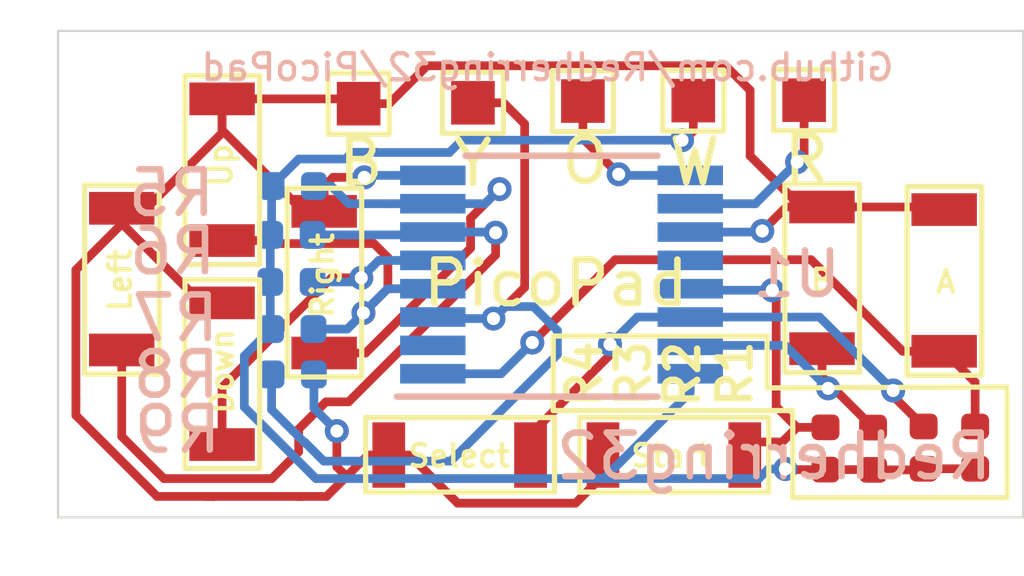
<source format=kicad_pcb>
(kicad_pcb (version 20171130) (host pcbnew "(5.1.2)-2")

  (general
    (thickness 1.6)
    (drawings 29)
    (tracks 219)
    (zones 0)
    (modules 23)
    (nets 16)
  )

  (page A4)
  (layers
    (0 F.Cu signal)
    (31 B.Cu signal)
    (32 B.Adhes user)
    (33 F.Adhes user)
    (34 B.Paste user)
    (35 F.Paste user)
    (36 B.SilkS user)
    (37 F.SilkS user)
    (38 B.Mask user)
    (39 F.Mask user)
    (40 Dwgs.User user)
    (41 Cmts.User user)
    (42 Eco1.User user)
    (43 Eco2.User user)
    (44 Edge.Cuts user)
    (45 Margin user)
    (46 B.CrtYd user)
    (47 F.CrtYd user)
    (48 B.Fab user)
    (49 F.Fab user hide)
  )

  (setup
    (last_trace_width 0.25)
    (user_trace_width 0.2)
    (trace_clearance 0.2)
    (zone_clearance 0.508)
    (zone_45_only no)
    (trace_min 0.2)
    (via_size 0.8)
    (via_drill 0.4)
    (via_min_size 0.4)
    (via_min_drill 0.3)
    (user_via 0.55 0.3)
    (uvia_size 0.3)
    (uvia_drill 0.1)
    (uvias_allowed no)
    (uvia_min_size 0.2)
    (uvia_min_drill 0.1)
    (edge_width 0.05)
    (segment_width 0.2)
    (pcb_text_width 0.3)
    (pcb_text_size 1.5 1.5)
    (mod_edge_width 0.12)
    (mod_text_size 1 1)
    (mod_text_width 0.15)
    (pad_size 1.5 0.45)
    (pad_drill 0.75)
    (pad_to_mask_clearance 0.051)
    (solder_mask_min_width 0.25)
    (aux_axis_origin 0 0)
    (visible_elements 7FFFFFFF)
    (pcbplotparams
      (layerselection 0x010fc_ffffffff)
      (usegerberextensions false)
      (usegerberattributes false)
      (usegerberadvancedattributes false)
      (creategerberjobfile false)
      (excludeedgelayer true)
      (linewidth 0.100000)
      (plotframeref false)
      (viasonmask false)
      (mode 1)
      (useauxorigin false)
      (hpglpennumber 1)
      (hpglpenspeed 20)
      (hpglpendiameter 15.000000)
      (psnegative false)
      (psa4output false)
      (plotreference true)
      (plotvalue true)
      (plotinvisibletext false)
      (padsonsilk false)
      (subtractmaskfromsilk false)
      (outputformat 1)
      (mirror false)
      (drillshape 0)
      (scaleselection 1)
      (outputdirectory "Gerber/"))
  )

  (net 0 "")
  (net 1 /GND)
  (net 2 /5V)
  (net 3 "Net-(U1-Pad12)")
  (net 4 "Net-(U1-Pad2)")
  (net 5 "Net-(A1-Pad2)")
  (net 6 "Net-(B1-Pad2)")
  (net 7 "Net-(D1-Pad2)")
  (net 8 "Net-(L1-Pad2)")
  (net 9 "Net-(R4-Pad2)")
  (net 10 "Net-(R5-Pad2)")
  (net 11 "Net-(R6-Pad2)")
  (net 12 "Net-(R10-Pad2)")
  (net 13 /Strobe)
  (net 14 /Data)
  (net 15 /Clock)

  (net_class Default "This is the default net class."
    (clearance 0.2)
    (trace_width 0.25)
    (via_dia 0.8)
    (via_drill 0.4)
    (uvia_dia 0.3)
    (uvia_drill 0.1)
    (add_net /5V)
    (add_net /Clock)
    (add_net /Data)
    (add_net /GND)
    (add_net /Strobe)
    (add_net "Net-(A1-Pad2)")
    (add_net "Net-(B1-Pad2)")
    (add_net "Net-(D1-Pad2)")
    (add_net "Net-(L1-Pad2)")
    (add_net "Net-(R10-Pad2)")
    (add_net "Net-(R4-Pad2)")
    (add_net "Net-(R5-Pad2)")
    (add_net "Net-(R6-Pad2)")
    (add_net "Net-(U1-Pad12)")
    (add_net "Net-(U1-Pad2)")
  )

  (module Resistor_SMD:R_0402_1005Metric (layer B.Cu) (tedit 5B301BBD) (tstamp 5F449979)
    (at 136.08 75.95)
    (descr "Resistor SMD 0402 (1005 Metric), square (rectangular) end terminal, IPC_7351 nominal, (Body size source: http://www.tortai-tech.com/upload/download/2011102023233369053.pdf), generated with kicad-footprint-generator")
    (tags resistor)
    (path /5F463DEA)
    (attr smd)
    (fp_text reference R9 (at -2.64 1.27) (layer B.SilkS)
      (effects (font (size 1 1) (thickness 0.15)) (justify mirror))
    )
    (fp_text value 1K (at 0 -1.17) (layer B.Fab)
      (effects (font (size 1 1) (thickness 0.15)) (justify mirror))
    )
    (fp_text user %R (at 0 0) (layer B.Fab)
      (effects (font (size 0.25 0.25) (thickness 0.04)) (justify mirror))
    )
    (fp_line (start 0.93 -0.47) (end -0.93 -0.47) (layer B.CrtYd) (width 0.05))
    (fp_line (start 0.93 0.47) (end 0.93 -0.47) (layer B.CrtYd) (width 0.05))
    (fp_line (start -0.93 0.47) (end 0.93 0.47) (layer B.CrtYd) (width 0.05))
    (fp_line (start -0.93 -0.47) (end -0.93 0.47) (layer B.CrtYd) (width 0.05))
    (fp_line (start 0.5 -0.25) (end -0.5 -0.25) (layer B.Fab) (width 0.1))
    (fp_line (start 0.5 0.25) (end 0.5 -0.25) (layer B.Fab) (width 0.1))
    (fp_line (start -0.5 0.25) (end 0.5 0.25) (layer B.Fab) (width 0.1))
    (fp_line (start -0.5 -0.25) (end -0.5 0.25) (layer B.Fab) (width 0.1))
    (pad 2 smd roundrect (at 0.485 0) (size 0.59 0.64) (layers B.Cu B.Paste B.Mask) (roundrect_rratio 0.25)
      (net 1 /GND))
    (pad 1 smd roundrect (at -0.485 0) (size 0.59 0.64) (layers B.Cu B.Paste B.Mask) (roundrect_rratio 0.25)
      (net 14 /Data))
    (model ${KISYS3DMOD}/Resistor_SMD.3dshapes/R_0402_1005Metric.wrl
      (at (xyz 0 0 0))
      (scale (xyz 1 1 1))
      (rotate (xyz 0 0 0))
    )
  )

  (module PicoPad:MiniSwitch (layer F.Cu) (tedit 5F4355A6) (tstamp 5E17075E)
    (at 131.92 78.83 90)
    (path /5E16B0A2)
    (fp_text reference D1 (at 0 0.5 90) (layer F.Fab)
      (effects (font (size 1 1) (thickness 0.15)))
    )
    (fp_text value SW_Push (at 0 -0.5 90) (layer F.Fab)
      (effects (font (size 1 1) (thickness 0.15)))
    )
    (fp_line (start 0.72 3.4) (end 0.81 3.4) (layer F.SilkS) (width 0.12))
    (fp_line (start 0.72 1.69) (end 0.72 3.4) (layer F.SilkS) (width 0.12))
    (fp_line (start 0.76 1.69) (end 0.72 1.69) (layer F.SilkS) (width 0.12))
    (fp_line (start 5.05 1.69) (end 0.76 1.69) (layer F.SilkS) (width 0.12))
    (fp_line (start 5.05 3.4) (end 5.05 1.69) (layer F.SilkS) (width 0.12))
    (fp_line (start 0.74 3.4) (end 5.05 3.4) (layer F.SilkS) (width 0.12))
    (pad 1 smd rect (at 4.52 2.54 90) (size 0.75 1.5) (layers F.Cu F.Paste F.Mask)
      (net 1 /GND))
    (pad 2 smd rect (at 1.27 2.54 90) (size 0.75 1.5) (layers F.Cu F.Paste F.Mask)
      (net 7 "Net-(D1-Pad2)"))
  )

  (module PicoPad:MiniSwitch (layer F.Cu) (tedit 5F4355A6) (tstamp 5E170746)
    (at 134.26 76.73 90)
    (path /5E1690EB)
    (fp_text reference Right1 (at 0 0.5 90) (layer F.Fab)
      (effects (font (size 1 1) (thickness 0.15)))
    )
    (fp_text value SW_Push (at 0 -0.5 90) (layer F.Fab)
      (effects (font (size 1 1) (thickness 0.15)))
    )
    (fp_line (start 0.72 3.4) (end 0.81 3.4) (layer F.SilkS) (width 0.12))
    (fp_line (start 0.72 1.69) (end 0.72 3.4) (layer F.SilkS) (width 0.12))
    (fp_line (start 0.76 1.69) (end 0.72 1.69) (layer F.SilkS) (width 0.12))
    (fp_line (start 5.05 1.69) (end 0.76 1.69) (layer F.SilkS) (width 0.12))
    (fp_line (start 5.05 3.4) (end 5.05 1.69) (layer F.SilkS) (width 0.12))
    (fp_line (start 0.74 3.4) (end 5.05 3.4) (layer F.SilkS) (width 0.12))
    (pad 1 smd rect (at 4.52 2.54 90) (size 0.75 1.5) (layers F.Cu F.Paste F.Mask)
      (net 1 /GND))
    (pad 2 smd rect (at 1.27 2.54 90) (size 0.75 1.5) (layers F.Cu F.Paste F.Mask)
      (net 12 "Net-(R10-Pad2)"))
  )

  (module PicoPad:MiniSwitch (layer F.Cu) (tedit 5F4355A6) (tstamp 5E17076A)
    (at 131.92 74.15 90)
    (path /5E16B25A)
    (fp_text reference U2 (at 0 0.5 90) (layer F.Fab)
      (effects (font (size 1 1) (thickness 0.15)))
    )
    (fp_text value SW_Push (at 0 -0.5 90) (layer F.Fab)
      (effects (font (size 1 1) (thickness 0.15)))
    )
    (fp_line (start 0.72 3.4) (end 0.81 3.4) (layer F.SilkS) (width 0.12))
    (fp_line (start 0.72 1.69) (end 0.72 3.4) (layer F.SilkS) (width 0.12))
    (fp_line (start 0.76 1.69) (end 0.72 1.69) (layer F.SilkS) (width 0.12))
    (fp_line (start 5.05 1.69) (end 0.76 1.69) (layer F.SilkS) (width 0.12))
    (fp_line (start 5.05 3.4) (end 5.05 1.69) (layer F.SilkS) (width 0.12))
    (fp_line (start 0.74 3.4) (end 5.05 3.4) (layer F.SilkS) (width 0.12))
    (pad 1 smd rect (at 4.52 2.54 90) (size 0.75 1.5) (layers F.Cu F.Paste F.Mask)
      (net 1 /GND))
    (pad 2 smd rect (at 1.27 2.54 90) (size 0.75 1.5) (layers F.Cu F.Paste F.Mask)
      (net 11 "Net-(R6-Pad2)"))
  )

  (module PicoPad:MiniSwitch (layer F.Cu) (tedit 5F4355A6) (tstamp 5E170752)
    (at 129.62 76.66 90)
    (path /5E16A163)
    (fp_text reference L1 (at 0 0.5 90) (layer F.Fab)
      (effects (font (size 1 1) (thickness 0.15)))
    )
    (fp_text value SW_Push (at 0 -0.5 90) (layer F.Fab)
      (effects (font (size 1 1) (thickness 0.15)))
    )
    (fp_line (start 0.72 3.4) (end 0.81 3.4) (layer F.SilkS) (width 0.12))
    (fp_line (start 0.72 1.69) (end 0.72 3.4) (layer F.SilkS) (width 0.12))
    (fp_line (start 0.76 1.69) (end 0.72 1.69) (layer F.SilkS) (width 0.12))
    (fp_line (start 5.05 1.69) (end 0.76 1.69) (layer F.SilkS) (width 0.12))
    (fp_line (start 5.05 3.4) (end 5.05 1.69) (layer F.SilkS) (width 0.12))
    (fp_line (start 0.74 3.4) (end 5.05 3.4) (layer F.SilkS) (width 0.12))
    (pad 1 smd rect (at 4.52 2.54 90) (size 0.75 1.5) (layers F.Cu F.Paste F.Mask)
      (net 1 /GND))
    (pad 2 smd rect (at 1.27 2.54 90) (size 0.75 1.5) (layers F.Cu F.Paste F.Mask)
      (net 8 "Net-(L1-Pad2)"))
  )

  (module PicoPad:MiniSwitch (layer F.Cu) (tedit 5F4355A6) (tstamp 5E17079A)
    (at 148.47 76.69 90)
    (path /5E16C592)
    (fp_text reference A1 (at 0 0.5 90) (layer F.Fab)
      (effects (font (size 1 1) (thickness 0.15)))
    )
    (fp_text value SW_Push (at 0 -0.5 90) (layer F.Fab)
      (effects (font (size 1 1) (thickness 0.15)))
    )
    (fp_line (start 0.72 3.4) (end 0.81 3.4) (layer F.SilkS) (width 0.12))
    (fp_line (start 0.72 1.69) (end 0.72 3.4) (layer F.SilkS) (width 0.12))
    (fp_line (start 0.76 1.69) (end 0.72 1.69) (layer F.SilkS) (width 0.12))
    (fp_line (start 5.05 1.69) (end 0.76 1.69) (layer F.SilkS) (width 0.12))
    (fp_line (start 5.05 3.4) (end 5.05 1.69) (layer F.SilkS) (width 0.12))
    (fp_line (start 0.74 3.4) (end 5.05 3.4) (layer F.SilkS) (width 0.12))
    (pad 1 smd rect (at 4.52 2.54 90) (size 0.75 1.5) (layers F.Cu F.Paste F.Mask)
      (net 1 /GND))
    (pad 2 smd rect (at 1.27 2.54 90) (size 0.75 1.5) (layers F.Cu F.Paste F.Mask)
      (net 5 "Net-(A1-Pad2)"))
  )

  (module PicoPad:MiniSwitch (layer F.Cu) (tedit 5F4355A6) (tstamp 5E17078E)
    (at 145.67 76.63 90)
    (path /5E16BD04)
    (fp_text reference B1 (at 0 0.5 90) (layer F.Fab)
      (effects (font (size 1 1) (thickness 0.15)))
    )
    (fp_text value SW_Push (at 0 -0.5 90) (layer F.Fab)
      (effects (font (size 1 1) (thickness 0.15)))
    )
    (fp_line (start 0.72 3.4) (end 0.81 3.4) (layer F.SilkS) (width 0.12))
    (fp_line (start 0.72 1.69) (end 0.72 3.4) (layer F.SilkS) (width 0.12))
    (fp_line (start 0.76 1.69) (end 0.72 1.69) (layer F.SilkS) (width 0.12))
    (fp_line (start 5.05 1.69) (end 0.76 1.69) (layer F.SilkS) (width 0.12))
    (fp_line (start 5.05 3.4) (end 5.05 1.69) (layer F.SilkS) (width 0.12))
    (fp_line (start 0.74 3.4) (end 5.05 3.4) (layer F.SilkS) (width 0.12))
    (pad 1 smd rect (at 4.52 2.54 90) (size 0.75 1.5) (layers F.Cu F.Paste F.Mask)
      (net 1 /GND))
    (pad 2 smd rect (at 1.27 2.54 90) (size 0.75 1.5) (layers F.Cu F.Paste F.Mask)
      (net 6 "Net-(B1-Pad2)"))
  )

  (module PicoPad:MiniSwitch (layer F.Cu) (tedit 5F4355A6) (tstamp 5E170782)
    (at 142.8 80.34 180)
    (path /5E16BA9E)
    (fp_text reference SL1 (at 0 0.5) (layer F.Fab)
      (effects (font (size 1 1) (thickness 0.15)))
    )
    (fp_text value SW_Push (at 0 -0.5) (layer F.Fab)
      (effects (font (size 1 1) (thickness 0.15)))
    )
    (fp_line (start 0.72 3.4) (end 0.81 3.4) (layer F.SilkS) (width 0.12))
    (fp_line (start 0.72 1.69) (end 0.72 3.4) (layer F.SilkS) (width 0.12))
    (fp_line (start 0.76 1.69) (end 0.72 1.69) (layer F.SilkS) (width 0.12))
    (fp_line (start 5.05 1.69) (end 0.76 1.69) (layer F.SilkS) (width 0.12))
    (fp_line (start 5.05 3.4) (end 5.05 1.69) (layer F.SilkS) (width 0.12))
    (fp_line (start 0.74 3.4) (end 5.05 3.4) (layer F.SilkS) (width 0.12))
    (pad 1 smd rect (at 4.52 2.54 180) (size 0.75 1.5) (layers F.Cu F.Paste F.Mask)
      (net 1 /GND))
    (pad 2 smd rect (at 1.27 2.54 180) (size 0.75 1.5) (layers F.Cu F.Paste F.Mask)
      (net 9 "Net-(R4-Pad2)"))
  )

  (module PicoPad:MiniSwitch (layer F.Cu) (tedit 5F4355A6) (tstamp 5E170776)
    (at 147.71 80.34 180)
    (path /5E16B84E)
    (fp_text reference ST1 (at 0 0.5) (layer F.Fab)
      (effects (font (size 1 1) (thickness 0.15)))
    )
    (fp_text value SW_Push (at 0 -0.5) (layer F.Fab)
      (effects (font (size 1 1) (thickness 0.15)))
    )
    (fp_line (start 0.72 3.4) (end 0.81 3.4) (layer F.SilkS) (width 0.12))
    (fp_line (start 0.72 1.69) (end 0.72 3.4) (layer F.SilkS) (width 0.12))
    (fp_line (start 0.76 1.69) (end 0.72 1.69) (layer F.SilkS) (width 0.12))
    (fp_line (start 5.05 1.69) (end 0.76 1.69) (layer F.SilkS) (width 0.12))
    (fp_line (start 5.05 3.4) (end 5.05 1.69) (layer F.SilkS) (width 0.12))
    (fp_line (start 0.74 3.4) (end 5.05 3.4) (layer F.SilkS) (width 0.12))
    (pad 1 smd rect (at 4.52 2.54 180) (size 0.75 1.5) (layers F.Cu F.Paste F.Mask)
      (net 1 /GND))
    (pad 2 smd rect (at 1.27 2.54 180) (size 0.75 1.5) (layers F.Cu F.Paste F.Mask)
      (net 10 "Net-(R5-Pad2)"))
  )

  (module Resistor_SMD:R_0402_1005Metric (layer B.Cu) (tedit 5B301BBD) (tstamp 5E818417)
    (at 136.08 71.63)
    (descr "Resistor SMD 0402 (1005 Metric), square (rectangular) end terminal, IPC_7351 nominal, (Body size source: http://www.tortai-tech.com/upload/download/2011102023233369053.pdf), generated with kicad-footprint-generator")
    (tags resistor)
    (path /5E81CBD1)
    (attr smd)
    (fp_text reference R5 (at -2.78 0.16) (layer B.SilkS)
      (effects (font (size 1 1) (thickness 0.15)) (justify mirror))
    )
    (fp_text value 1K (at 0 -1.17) (layer B.Fab)
      (effects (font (size 1 1) (thickness 0.15)) (justify mirror))
    )
    (fp_text user %R (at 0 0) (layer B.Fab)
      (effects (font (size 0.25 0.25) (thickness 0.04)) (justify mirror))
    )
    (fp_line (start 0.93 -0.47) (end -0.93 -0.47) (layer B.CrtYd) (width 0.05))
    (fp_line (start 0.93 0.47) (end 0.93 -0.47) (layer B.CrtYd) (width 0.05))
    (fp_line (start -0.93 0.47) (end 0.93 0.47) (layer B.CrtYd) (width 0.05))
    (fp_line (start -0.93 -0.47) (end -0.93 0.47) (layer B.CrtYd) (width 0.05))
    (fp_line (start 0.5 -0.25) (end -0.5 -0.25) (layer B.Fab) (width 0.1))
    (fp_line (start 0.5 0.25) (end 0.5 -0.25) (layer B.Fab) (width 0.1))
    (fp_line (start -0.5 0.25) (end 0.5 0.25) (layer B.Fab) (width 0.1))
    (fp_line (start -0.5 -0.25) (end -0.5 0.25) (layer B.Fab) (width 0.1))
    (pad 2 smd roundrect (at 0.485 0) (size 0.59 0.64) (layers B.Cu B.Paste B.Mask) (roundrect_rratio 0.25)
      (net 12 "Net-(R10-Pad2)"))
    (pad 1 smd roundrect (at -0.485 0) (size 0.59 0.64) (layers B.Cu B.Paste B.Mask) (roundrect_rratio 0.25)
      (net 2 /5V))
    (model ${KISYS3DMOD}/Resistor_SMD.3dshapes/R_0402_1005Metric.wrl
      (at (xyz 0 0 0))
      (scale (xyz 1 1 1))
      (rotate (xyz 0 0 0))
    )
  )

  (module Resistor_SMD:R_0402_1005Metric (layer B.Cu) (tedit 5B301BBD) (tstamp 5E818408)
    (at 136.05 72.75)
    (descr "Resistor SMD 0402 (1005 Metric), square (rectangular) end terminal, IPC_7351 nominal, (Body size source: http://www.tortai-tech.com/upload/download/2011102023233369053.pdf), generated with kicad-footprint-generator")
    (tags resistor)
    (path /5E81C7B1)
    (attr smd)
    (fp_text reference R6 (at -2.72 0.38) (layer B.SilkS)
      (effects (font (size 1 1) (thickness 0.15)) (justify mirror))
    )
    (fp_text value 1K (at 0 -1.17) (layer B.Fab)
      (effects (font (size 1 1) (thickness 0.15)) (justify mirror))
    )
    (fp_text user %R (at 0 0) (layer B.Fab)
      (effects (font (size 0.25 0.25) (thickness 0.04)) (justify mirror))
    )
    (fp_line (start 0.93 -0.47) (end -0.93 -0.47) (layer B.CrtYd) (width 0.05))
    (fp_line (start 0.93 0.47) (end 0.93 -0.47) (layer B.CrtYd) (width 0.05))
    (fp_line (start -0.93 0.47) (end 0.93 0.47) (layer B.CrtYd) (width 0.05))
    (fp_line (start -0.93 -0.47) (end -0.93 0.47) (layer B.CrtYd) (width 0.05))
    (fp_line (start 0.5 -0.25) (end -0.5 -0.25) (layer B.Fab) (width 0.1))
    (fp_line (start 0.5 0.25) (end 0.5 -0.25) (layer B.Fab) (width 0.1))
    (fp_line (start -0.5 0.25) (end 0.5 0.25) (layer B.Fab) (width 0.1))
    (fp_line (start -0.5 -0.25) (end -0.5 0.25) (layer B.Fab) (width 0.1))
    (pad 2 smd roundrect (at 0.485 0) (size 0.59 0.64) (layers B.Cu B.Paste B.Mask) (roundrect_rratio 0.25)
      (net 8 "Net-(L1-Pad2)"))
    (pad 1 smd roundrect (at -0.485 0) (size 0.59 0.64) (layers B.Cu B.Paste B.Mask) (roundrect_rratio 0.25)
      (net 2 /5V))
    (model ${KISYS3DMOD}/Resistor_SMD.3dshapes/R_0402_1005Metric.wrl
      (at (xyz 0 0 0))
      (scale (xyz 1 1 1))
      (rotate (xyz 0 0 0))
    )
  )

  (module Resistor_SMD:R_0402_1005Metric (layer B.Cu) (tedit 5B301BBD) (tstamp 5E8183F9)
    (at 136.05 73.83)
    (descr "Resistor SMD 0402 (1005 Metric), square (rectangular) end terminal, IPC_7351 nominal, (Body size source: http://www.tortai-tech.com/upload/download/2011102023233369053.pdf), generated with kicad-footprint-generator")
    (tags resistor)
    (path /5E81C181)
    (attr smd)
    (fp_text reference R7 (at -2.66 0.83) (layer B.SilkS)
      (effects (font (size 1 1) (thickness 0.15)) (justify mirror))
    )
    (fp_text value 1K (at 0 -1.17) (layer B.Fab)
      (effects (font (size 1 1) (thickness 0.15)) (justify mirror))
    )
    (fp_text user %R (at 0 0) (layer B.Fab)
      (effects (font (size 0.25 0.25) (thickness 0.04)) (justify mirror))
    )
    (fp_line (start 0.93 -0.47) (end -0.93 -0.47) (layer B.CrtYd) (width 0.05))
    (fp_line (start 0.93 0.47) (end 0.93 -0.47) (layer B.CrtYd) (width 0.05))
    (fp_line (start -0.93 0.47) (end 0.93 0.47) (layer B.CrtYd) (width 0.05))
    (fp_line (start -0.93 -0.47) (end -0.93 0.47) (layer B.CrtYd) (width 0.05))
    (fp_line (start 0.5 -0.25) (end -0.5 -0.25) (layer B.Fab) (width 0.1))
    (fp_line (start 0.5 0.25) (end 0.5 -0.25) (layer B.Fab) (width 0.1))
    (fp_line (start -0.5 0.25) (end 0.5 0.25) (layer B.Fab) (width 0.1))
    (fp_line (start -0.5 -0.25) (end -0.5 0.25) (layer B.Fab) (width 0.1))
    (pad 2 smd roundrect (at 0.485 0) (size 0.59 0.64) (layers B.Cu B.Paste B.Mask) (roundrect_rratio 0.25)
      (net 7 "Net-(D1-Pad2)"))
    (pad 1 smd roundrect (at -0.485 0) (size 0.59 0.64) (layers B.Cu B.Paste B.Mask) (roundrect_rratio 0.25)
      (net 2 /5V))
    (model ${KISYS3DMOD}/Resistor_SMD.3dshapes/R_0402_1005Metric.wrl
      (at (xyz 0 0 0))
      (scale (xyz 1 1 1))
      (rotate (xyz 0 0 0))
    )
  )

  (module Resistor_SMD:R_0402_1005Metric (layer B.Cu) (tedit 5B301BBD) (tstamp 5E8183EA)
    (at 136.07 74.91)
    (descr "Resistor SMD 0402 (1005 Metric), square (rectangular) end terminal, IPC_7351 nominal, (Body size source: http://www.tortai-tech.com/upload/download/2011102023233369053.pdf), generated with kicad-footprint-generator")
    (tags resistor)
    (path /5E81A4A6)
    (attr smd)
    (fp_text reference R8 (at -2.66 1.05) (layer B.SilkS)
      (effects (font (size 1 1) (thickness 0.15)) (justify mirror))
    )
    (fp_text value 1K (at 0 -1.17) (layer B.Fab)
      (effects (font (size 1 1) (thickness 0.15)) (justify mirror))
    )
    (fp_text user %R (at 0 0) (layer B.Fab)
      (effects (font (size 0.25 0.25) (thickness 0.04)) (justify mirror))
    )
    (fp_line (start 0.93 -0.47) (end -0.93 -0.47) (layer B.CrtYd) (width 0.05))
    (fp_line (start 0.93 0.47) (end 0.93 -0.47) (layer B.CrtYd) (width 0.05))
    (fp_line (start -0.93 0.47) (end 0.93 0.47) (layer B.CrtYd) (width 0.05))
    (fp_line (start -0.93 -0.47) (end -0.93 0.47) (layer B.CrtYd) (width 0.05))
    (fp_line (start 0.5 -0.25) (end -0.5 -0.25) (layer B.Fab) (width 0.1))
    (fp_line (start 0.5 0.25) (end 0.5 -0.25) (layer B.Fab) (width 0.1))
    (fp_line (start -0.5 0.25) (end 0.5 0.25) (layer B.Fab) (width 0.1))
    (fp_line (start -0.5 -0.25) (end -0.5 0.25) (layer B.Fab) (width 0.1))
    (pad 2 smd roundrect (at 0.485 0) (size 0.59 0.64) (layers B.Cu B.Paste B.Mask) (roundrect_rratio 0.25)
      (net 11 "Net-(R6-Pad2)"))
    (pad 1 smd roundrect (at -0.485 0) (size 0.59 0.64) (layers B.Cu B.Paste B.Mask) (roundrect_rratio 0.25)
      (net 2 /5V))
    (model ${KISYS3DMOD}/Resistor_SMD.3dshapes/R_0402_1005Metric.wrl
      (at (xyz 0 0 0))
      (scale (xyz 1 1 1))
      (rotate (xyz 0 0 0))
    )
  )

  (module Resistor_SMD:R_0402_1005Metric (layer F.Cu) (tedit 5B301BBD) (tstamp 5E8183DB)
    (at 148.29 77.65 90)
    (descr "Resistor SMD 0402 (1005 Metric), square (rectangular) end terminal, IPC_7351 nominal, (Body size source: http://www.tortai-tech.com/upload/download/2011102023233369053.pdf), generated with kicad-footprint-generator")
    (tags resistor)
    (path /5E819FA3)
    (attr smd)
    (fp_text reference R4 (at 1.71 -5.53 90) (layer F.SilkS)
      (effects (font (size 0.75 0.75) (thickness 0.15)))
    )
    (fp_text value 1K (at 0 1.17 90) (layer F.Fab)
      (effects (font (size 1 1) (thickness 0.15)))
    )
    (fp_text user %R (at 0 0 90) (layer F.Fab)
      (effects (font (size 0.25 0.25) (thickness 0.04)))
    )
    (fp_line (start 0.93 0.47) (end -0.93 0.47) (layer F.CrtYd) (width 0.05))
    (fp_line (start 0.93 -0.47) (end 0.93 0.47) (layer F.CrtYd) (width 0.05))
    (fp_line (start -0.93 -0.47) (end 0.93 -0.47) (layer F.CrtYd) (width 0.05))
    (fp_line (start -0.93 0.47) (end -0.93 -0.47) (layer F.CrtYd) (width 0.05))
    (fp_line (start 0.5 0.25) (end -0.5 0.25) (layer F.Fab) (width 0.1))
    (fp_line (start 0.5 -0.25) (end 0.5 0.25) (layer F.Fab) (width 0.1))
    (fp_line (start -0.5 -0.25) (end 0.5 -0.25) (layer F.Fab) (width 0.1))
    (fp_line (start -0.5 0.25) (end -0.5 -0.25) (layer F.Fab) (width 0.1))
    (pad 2 smd roundrect (at 0.485 0 90) (size 0.59 0.64) (layers F.Cu F.Paste F.Mask) (roundrect_rratio 0.25)
      (net 10 "Net-(R5-Pad2)"))
    (pad 1 smd roundrect (at -0.485 0 90) (size 0.59 0.64) (layers F.Cu F.Paste F.Mask) (roundrect_rratio 0.25)
      (net 2 /5V))
    (model ${KISYS3DMOD}/Resistor_SMD.3dshapes/R_0402_1005Metric.wrl
      (at (xyz 0 0 0))
      (scale (xyz 1 1 1))
      (rotate (xyz 0 0 0))
    )
  )

  (module Resistor_SMD:R_0402_1005Metric (layer F.Cu) (tedit 5B301BBD) (tstamp 5E8183CC)
    (at 150.54 77.63 90)
    (descr "Resistor SMD 0402 (1005 Metric), square (rectangular) end terminal, IPC_7351 nominal, (Body size source: http://www.tortai-tech.com/upload/download/2011102023233369053.pdf), generated with kicad-footprint-generator")
    (tags resistor)
    (path /5E819B21)
    (attr smd)
    (fp_text reference R2 (at 1.68 -5.53 270) (layer F.SilkS)
      (effects (font (size 0.75 0.75) (thickness 0.15)))
    )
    (fp_text value 1K (at 0 1.17 90) (layer F.Fab)
      (effects (font (size 1 1) (thickness 0.15)))
    )
    (fp_text user %R (at 0 0 90) (layer F.Fab)
      (effects (font (size 0.25 0.25) (thickness 0.04)))
    )
    (fp_line (start 0.93 0.47) (end -0.93 0.47) (layer F.CrtYd) (width 0.05))
    (fp_line (start 0.93 -0.47) (end 0.93 0.47) (layer F.CrtYd) (width 0.05))
    (fp_line (start -0.93 -0.47) (end 0.93 -0.47) (layer F.CrtYd) (width 0.05))
    (fp_line (start -0.93 0.47) (end -0.93 -0.47) (layer F.CrtYd) (width 0.05))
    (fp_line (start 0.5 0.25) (end -0.5 0.25) (layer F.Fab) (width 0.1))
    (fp_line (start 0.5 -0.25) (end 0.5 0.25) (layer F.Fab) (width 0.1))
    (fp_line (start -0.5 -0.25) (end 0.5 -0.25) (layer F.Fab) (width 0.1))
    (fp_line (start -0.5 0.25) (end -0.5 -0.25) (layer F.Fab) (width 0.1))
    (pad 2 smd roundrect (at 0.485 0 90) (size 0.59 0.64) (layers F.Cu F.Paste F.Mask) (roundrect_rratio 0.25)
      (net 9 "Net-(R4-Pad2)"))
    (pad 1 smd roundrect (at -0.485 0 90) (size 0.59 0.64) (layers F.Cu F.Paste F.Mask) (roundrect_rratio 0.25)
      (net 2 /5V))
    (model ${KISYS3DMOD}/Resistor_SMD.3dshapes/R_0402_1005Metric.wrl
      (at (xyz 0 0 0))
      (scale (xyz 1 1 1))
      (rotate (xyz 0 0 0))
    )
  )

  (module Resistor_SMD:R_0402_1005Metric (layer F.Cu) (tedit 5B301BBD) (tstamp 5E8183BD)
    (at 149.38 77.655 90)
    (descr "Resistor SMD 0402 (1005 Metric), square (rectangular) end terminal, IPC_7351 nominal, (Body size source: http://www.tortai-tech.com/upload/download/2011102023233369053.pdf), generated with kicad-footprint-generator")
    (tags resistor)
    (path /5E8195CE)
    (attr smd)
    (fp_text reference R3 (at 1.725 -5.49 90) (layer F.SilkS)
      (effects (font (size 0.75 0.75) (thickness 0.15)))
    )
    (fp_text value 1K (at 0 1.17 90) (layer F.Fab)
      (effects (font (size 1 1) (thickness 0.15)))
    )
    (fp_text user %R (at 0 0 90) (layer F.Fab)
      (effects (font (size 0.25 0.25) (thickness 0.04)))
    )
    (fp_line (start 0.93 0.47) (end -0.93 0.47) (layer F.CrtYd) (width 0.05))
    (fp_line (start 0.93 -0.47) (end 0.93 0.47) (layer F.CrtYd) (width 0.05))
    (fp_line (start -0.93 -0.47) (end 0.93 -0.47) (layer F.CrtYd) (width 0.05))
    (fp_line (start -0.93 0.47) (end -0.93 -0.47) (layer F.CrtYd) (width 0.05))
    (fp_line (start 0.5 0.25) (end -0.5 0.25) (layer F.Fab) (width 0.1))
    (fp_line (start 0.5 -0.25) (end 0.5 0.25) (layer F.Fab) (width 0.1))
    (fp_line (start -0.5 -0.25) (end 0.5 -0.25) (layer F.Fab) (width 0.1))
    (fp_line (start -0.5 0.25) (end -0.5 -0.25) (layer F.Fab) (width 0.1))
    (pad 2 smd roundrect (at 0.485 0 90) (size 0.59 0.64) (layers F.Cu F.Paste F.Mask) (roundrect_rratio 0.25)
      (net 6 "Net-(B1-Pad2)"))
    (pad 1 smd roundrect (at -0.485 0 90) (size 0.59 0.64) (layers F.Cu F.Paste F.Mask) (roundrect_rratio 0.25)
      (net 2 /5V))
    (model ${KISYS3DMOD}/Resistor_SMD.3dshapes/R_0402_1005Metric.wrl
      (at (xyz 0 0 0))
      (scale (xyz 1 1 1))
      (rotate (xyz 0 0 0))
    )
  )

  (module Resistor_SMD:R_0402_1005Metric (layer F.Cu) (tedit 5B301BBD) (tstamp 5E8183AE)
    (at 151.72 77.63 90)
    (descr "Resistor SMD 0402 (1005 Metric), square (rectangular) end terminal, IPC_7351 nominal, (Body size source: http://www.tortai-tech.com/upload/download/2011102023233369053.pdf), generated with kicad-footprint-generator")
    (tags resistor)
    (path /5E81919E)
    (attr smd)
    (fp_text reference R1 (at 1.69 -5.51 270) (layer F.SilkS)
      (effects (font (size 0.75 0.75) (thickness 0.15)))
    )
    (fp_text value 1K (at 0 1.17 90) (layer F.Fab)
      (effects (font (size 1 1) (thickness 0.15)))
    )
    (fp_text user %R (at 0 0 90) (layer F.Fab)
      (effects (font (size 0.25 0.25) (thickness 0.04)))
    )
    (fp_line (start 0.93 0.47) (end -0.93 0.47) (layer F.CrtYd) (width 0.05))
    (fp_line (start 0.93 -0.47) (end 0.93 0.47) (layer F.CrtYd) (width 0.05))
    (fp_line (start -0.93 -0.47) (end 0.93 -0.47) (layer F.CrtYd) (width 0.05))
    (fp_line (start -0.93 0.47) (end -0.93 -0.47) (layer F.CrtYd) (width 0.05))
    (fp_line (start 0.5 0.25) (end -0.5 0.25) (layer F.Fab) (width 0.1))
    (fp_line (start 0.5 -0.25) (end 0.5 0.25) (layer F.Fab) (width 0.1))
    (fp_line (start -0.5 -0.25) (end 0.5 -0.25) (layer F.Fab) (width 0.1))
    (fp_line (start -0.5 0.25) (end -0.5 -0.25) (layer F.Fab) (width 0.1))
    (pad 2 smd roundrect (at 0.485 0 90) (size 0.59 0.64) (layers F.Cu F.Paste F.Mask) (roundrect_rratio 0.25)
      (net 5 "Net-(A1-Pad2)"))
    (pad 1 smd roundrect (at -0.485 0 90) (size 0.59 0.64) (layers F.Cu F.Paste F.Mask) (roundrect_rratio 0.25)
      (net 2 /5V))
    (model ${KISYS3DMOD}/Resistor_SMD.3dshapes/R_0402_1005Metric.wrl
      (at (xyz 0 0 0))
      (scale (xyz 1 1 1))
      (rotate (xyz 0 0 0))
    )
  )

  (module TestPoint:TestPoint_Pad_1.0x1.0mm (layer F.Cu) (tedit 5A0F774F) (tstamp 5E1707D6)
    (at 147.8 69.66)
    (descr "SMD rectangular pad as test Point, square 1.0mm side length")
    (tags "test point SMD pad rectangle square")
    (path /5E196DCA)
    (attr virtual)
    (fp_text reference Red1 (at 0 -1.448) (layer F.Fab)
      (effects (font (size 1 1) (thickness 0.15)))
    )
    (fp_text value " " (at 0 1.55) (layer F.Fab)
      (effects (font (size 1 1) (thickness 0.15)))
    )
    (fp_line (start 1 1) (end -1 1) (layer F.CrtYd) (width 0.05))
    (fp_line (start 1 1) (end 1 -1) (layer F.CrtYd) (width 0.05))
    (fp_line (start -1 -1) (end -1 1) (layer F.CrtYd) (width 0.05))
    (fp_line (start -1 -1) (end 1 -1) (layer F.CrtYd) (width 0.05))
    (fp_line (start -0.7 0.7) (end -0.7 -0.7) (layer F.SilkS) (width 0.12))
    (fp_line (start 0.7 0.7) (end -0.7 0.7) (layer F.SilkS) (width 0.12))
    (fp_line (start 0.7 -0.7) (end 0.7 0.7) (layer F.SilkS) (width 0.12))
    (fp_line (start -0.7 -0.7) (end 0.7 -0.7) (layer F.SilkS) (width 0.12))
    (fp_text user %R (at 0 -1.45) (layer F.Fab)
      (effects (font (size 1 1) (thickness 0.15)))
    )
    (pad 1 smd rect (at 0 0) (size 1 1) (layers F.Cu F.Mask)
      (net 15 /Clock))
  )

  (module TestPoint:TestPoint_Pad_1.0x1.0mm (layer F.Cu) (tedit 5A0F774F) (tstamp 5E1707C8)
    (at 145.26 69.67)
    (descr "SMD rectangular pad as test Point, square 1.0mm side length")
    (tags "test point SMD pad rectangle square")
    (path /5E1965A2)
    (attr virtual)
    (fp_text reference White1 (at 0 -1.448) (layer F.Fab)
      (effects (font (size 1 1) (thickness 0.15)))
    )
    (fp_text value " " (at 0 1.55) (layer F.Fab)
      (effects (font (size 1 1) (thickness 0.15)))
    )
    (fp_line (start 1 1) (end -1 1) (layer F.CrtYd) (width 0.05))
    (fp_line (start 1 1) (end 1 -1) (layer F.CrtYd) (width 0.05))
    (fp_line (start -1 -1) (end -1 1) (layer F.CrtYd) (width 0.05))
    (fp_line (start -1 -1) (end 1 -1) (layer F.CrtYd) (width 0.05))
    (fp_line (start -0.7 0.7) (end -0.7 -0.7) (layer F.SilkS) (width 0.12))
    (fp_line (start 0.7 0.7) (end -0.7 0.7) (layer F.SilkS) (width 0.12))
    (fp_line (start 0.7 -0.7) (end 0.7 0.7) (layer F.SilkS) (width 0.12))
    (fp_line (start -0.7 -0.7) (end 0.7 -0.7) (layer F.SilkS) (width 0.12))
    (fp_text user %R (at 0 -1.45) (layer F.Fab)
      (effects (font (size 1 1) (thickness 0.15)))
    )
    (pad 1 smd rect (at 0 0) (size 1 1) (layers F.Cu F.Mask)
      (net 2 /5V))
  )

  (module Package_SO:TSSOP-16_4.4x5mm_P0.65mm (layer B.Cu) (tedit 5A02F25C) (tstamp 5E1707BA)
    (at 142.24 73.66)
    (descr "16-Lead Plastic Thin Shrink Small Outline (ST)-4.4 mm Body [TSSOP] (see Microchip Packaging Specification 00000049BS.pdf)")
    (tags "SSOP 0.65")
    (path /5E168D20)
    (attr smd)
    (fp_text reference U1 (at 5.39 -0.01) (layer B.SilkS)
      (effects (font (size 1 1) (thickness 0.15)) (justify mirror))
    )
    (fp_text value CD4021BE (at 0 -3.55) (layer B.Fab)
      (effects (font (size 1 1) (thickness 0.15)) (justify mirror))
    )
    (fp_text user %R (at 0 0) (layer B.Fab)
      (effects (font (size 0.8 0.8) (thickness 0.15)) (justify mirror))
    )
    (fp_line (start -3.775 2.8) (end 2.2 2.8) (layer B.SilkS) (width 0.15))
    (fp_line (start -2.2 -2.725) (end 2.2 -2.725) (layer B.SilkS) (width 0.15))
    (fp_line (start -3.95 -2.8) (end 3.95 -2.8) (layer B.CrtYd) (width 0.05))
    (fp_line (start -3.95 2.9) (end 3.95 2.9) (layer B.CrtYd) (width 0.05))
    (fp_line (start 3.95 2.9) (end 3.95 -2.8) (layer B.CrtYd) (width 0.05))
    (fp_line (start -3.95 2.9) (end -3.95 -2.8) (layer B.CrtYd) (width 0.05))
    (fp_line (start -2.2 1.5) (end -1.2 2.5) (layer B.Fab) (width 0.15))
    (fp_line (start -2.2 -2.5) (end -2.2 1.5) (layer B.Fab) (width 0.15))
    (fp_line (start 2.2 -2.5) (end -2.2 -2.5) (layer B.Fab) (width 0.15))
    (fp_line (start 2.2 2.5) (end 2.2 -2.5) (layer B.Fab) (width 0.15))
    (fp_line (start -1.2 2.5) (end 2.2 2.5) (layer B.Fab) (width 0.15))
    (pad 16 smd rect (at 2.95 2.275) (size 1.5 0.45) (layers B.Cu B.Paste B.Mask)
      (net 2 /5V))
    (pad 15 smd rect (at 2.95 1.625) (size 1.5 0.45) (layers B.Cu B.Paste B.Mask)
      (net 6 "Net-(B1-Pad2)"))
    (pad 14 smd rect (at 2.95 0.975) (size 1.5 0.45) (layers B.Cu B.Paste B.Mask)
      (net 9 "Net-(R4-Pad2)"))
    (pad 13 smd rect (at 2.95 0.325) (size 1.5 0.45) (layers B.Cu B.Paste B.Mask)
      (net 10 "Net-(R5-Pad2)"))
    (pad 12 smd rect (at 2.95 -0.325) (size 1.5 0.45) (layers B.Cu B.Paste B.Mask)
      (net 3 "Net-(U1-Pad12)"))
    (pad 11 smd rect (at 2.95 -0.975) (size 1.5 0.45) (layers B.Cu B.Paste B.Mask)
      (net 1 /GND))
    (pad 10 smd rect (at 2.95 -1.625) (size 1.5 0.45) (layers B.Cu B.Paste B.Mask)
      (net 15 /Clock))
    (pad 9 smd rect (at 2.95 -2.275) (size 1.5 0.45) (layers B.Cu B.Paste B.Mask)
      (net 13 /Strobe))
    (pad 8 smd rect (at -2.95 -2.275) (size 1.5 0.45) (layers B.Cu B.Paste B.Mask)
      (net 1 /GND))
    (pad 7 smd rect (at -2.95 -1.625) (size 1.5 0.45) (layers B.Cu B.Paste B.Mask)
      (net 12 "Net-(R10-Pad2)"))
    (pad 6 smd rect (at -2.95 -0.975) (size 1.5 0.45) (layers B.Cu B.Paste B.Mask)
      (net 8 "Net-(L1-Pad2)"))
    (pad 5 smd rect (at -2.95 -0.325) (size 1.5 0.45) (layers B.Cu B.Paste B.Mask)
      (net 7 "Net-(D1-Pad2)"))
    (pad 4 smd rect (at -2.95 0.325) (size 1.5 0.45) (layers B.Cu B.Paste B.Mask)
      (net 11 "Net-(R6-Pad2)"))
    (pad 3 smd rect (at -2.95 0.975) (size 1.5 0.45) (layers B.Cu B.Paste B.Mask)
      (net 14 /Data))
    (pad 2 smd rect (at -2.95 1.625) (size 1.5 0.45) (layers B.Cu B.Paste B.Mask)
      (net 4 "Net-(U1-Pad2)"))
    (pad 1 smd rect (at -2.95 2.275) (size 1.5 0.45) (layers B.Cu B.Paste B.Mask)
      (net 5 "Net-(A1-Pad2)"))
    (model ${KISYS3DMOD}/Package_SO.3dshapes/TSSOP-16_4.4x5mm_P0.65mm.wrl
      (at (xyz 0 0 0))
      (scale (xyz 1 1 1))
      (rotate (xyz 0 0 0))
    )
  )

  (module TestPoint:TestPoint_Pad_1.0x1.0mm (layer F.Cu) (tedit 5A0F774F) (tstamp 5E17070C)
    (at 140.21 69.72)
    (descr "SMD rectangular pad as test Point, square 1.0mm side length")
    (tags "test point SMD pad rectangle square")
    (path /5E197543)
    (attr virtual)
    (fp_text reference Yellow1 (at 0 -1.448) (layer F.Fab)
      (effects (font (size 1 1) (thickness 0.15)))
    )
    (fp_text value " " (at 0 1.55) (layer F.Fab)
      (effects (font (size 1 1) (thickness 0.15)))
    )
    (fp_line (start 1 1) (end -1 1) (layer F.CrtYd) (width 0.05))
    (fp_line (start 1 1) (end 1 -1) (layer F.CrtYd) (width 0.05))
    (fp_line (start -1 -1) (end -1 1) (layer F.CrtYd) (width 0.05))
    (fp_line (start -1 -1) (end 1 -1) (layer F.CrtYd) (width 0.05))
    (fp_line (start -0.7 0.7) (end -0.7 -0.7) (layer F.SilkS) (width 0.12))
    (fp_line (start 0.7 0.7) (end -0.7 0.7) (layer F.SilkS) (width 0.12))
    (fp_line (start 0.7 -0.7) (end 0.7 0.7) (layer F.SilkS) (width 0.12))
    (fp_line (start -0.7 -0.7) (end 0.7 -0.7) (layer F.SilkS) (width 0.12))
    (fp_text user %R (at 0 -1.45) (layer F.Fab)
      (effects (font (size 1 1) (thickness 0.15)))
    )
    (pad 1 smd rect (at 0 0) (size 1 1) (layers F.Cu F.Mask)
      (net 14 /Data))
  )

  (module TestPoint:TestPoint_Pad_1.0x1.0mm (layer F.Cu) (tedit 5A0F774F) (tstamp 5E1706ED)
    (at 142.73 69.68)
    (descr "SMD rectangular pad as test Point, square 1.0mm side length")
    (tags "test point SMD pad rectangle square")
    (path /5E1970D9)
    (attr virtual)
    (fp_text reference Orange1 (at 0 -1.448) (layer F.Fab)
      (effects (font (size 1 1) (thickness 0.15)))
    )
    (fp_text value " " (at 0 1.55) (layer F.Fab)
      (effects (font (size 1 1) (thickness 0.15)))
    )
    (fp_line (start 1 1) (end -1 1) (layer F.CrtYd) (width 0.05))
    (fp_line (start 1 1) (end 1 -1) (layer F.CrtYd) (width 0.05))
    (fp_line (start -1 -1) (end -1 1) (layer F.CrtYd) (width 0.05))
    (fp_line (start -1 -1) (end 1 -1) (layer F.CrtYd) (width 0.05))
    (fp_line (start -0.7 0.7) (end -0.7 -0.7) (layer F.SilkS) (width 0.12))
    (fp_line (start 0.7 0.7) (end -0.7 0.7) (layer F.SilkS) (width 0.12))
    (fp_line (start 0.7 -0.7) (end 0.7 0.7) (layer F.SilkS) (width 0.12))
    (fp_line (start -0.7 -0.7) (end 0.7 -0.7) (layer F.SilkS) (width 0.12))
    (fp_text user %R (at 0 -1.45) (layer F.Fab)
      (effects (font (size 1 1) (thickness 0.15)))
    )
    (pad 1 smd rect (at 0 0) (size 1 1) (layers F.Cu F.Mask)
      (net 13 /Strobe))
  )

  (module TestPoint:TestPoint_Pad_1.0x1.0mm (layer F.Cu) (tedit 5A0F774F) (tstamp 5E1706DF)
    (at 137.59 69.74)
    (descr "SMD rectangular pad as test Point, square 1.0mm side length")
    (tags "test point SMD pad rectangle square")
    (path /5E197D21)
    (attr virtual)
    (fp_text reference Brown1 (at 0 -1.448) (layer F.Fab) hide
      (effects (font (size 1 1) (thickness 0.15)))
    )
    (fp_text value " " (at 0 1.55) (layer F.Fab)
      (effects (font (size 1 1) (thickness 0.15)))
    )
    (fp_line (start 1 1) (end -1 1) (layer F.CrtYd) (width 0.05))
    (fp_line (start 1 1) (end 1 -1) (layer F.CrtYd) (width 0.05))
    (fp_line (start -1 -1) (end -1 1) (layer F.CrtYd) (width 0.05))
    (fp_line (start -1 -1) (end 1 -1) (layer F.CrtYd) (width 0.05))
    (fp_line (start -0.7 0.7) (end -0.7 -0.7) (layer F.SilkS) (width 0.12))
    (fp_line (start 0.7 0.7) (end -0.7 0.7) (layer F.SilkS) (width 0.12))
    (fp_line (start 0.7 -0.7) (end 0.7 0.7) (layer F.SilkS) (width 0.12))
    (fp_line (start -0.7 -0.7) (end 0.7 -0.7) (layer F.SilkS) (width 0.12))
    (fp_text user %R (at 0 -1.45) (layer F.Fab)
      (effects (font (size 1 1) (thickness 0.15)))
    )
    (pad 1 smd rect (at 0 0) (size 1 1) (layers F.Cu F.Mask)
      (net 1 /GND))
  )

  (gr_text Redherring32 (at 147.11 77.83) (layer B.SilkS)
    (effects (font (size 1 1) (thickness 0.15)) (justify mirror))
  )
  (gr_text A (at 151.05 73.83) (layer F.SilkS)
    (effects (font (size 0.5 0.5) (thickness 0.1)))
  )
  (gr_text B (at 148.21 73.8) (layer F.SilkS)
    (effects (font (size 0.5 0.5) (thickness 0.1)))
  )
  (gr_text Start (at 144.75 77.82) (layer F.SilkS)
    (effects (font (size 0.5 0.5) (thickness 0.1)))
  )
  (gr_text Select (at 139.89 77.82) (layer F.SilkS)
    (effects (font (size 0.5 0.5) (thickness 0.1)))
  )
  (gr_text Down (at 134.46 75.88 90) (layer F.SilkS)
    (effects (font (size 0.5 0.5) (thickness 0.1)))
  )
  (gr_text Right (at 136.76 73.68 90) (layer F.SilkS)
    (effects (font (size 0.5 0.5) (thickness 0.1)))
  )
  (gr_text Up (at 134.43 71.15 90) (layer F.SilkS)
    (effects (font (size 0.5 0.5) (thickness 0.1)))
  )
  (gr_text Left (at 132.12 73.79 90) (layer F.SilkS)
    (effects (font (size 0.5 0.5) (thickness 0.1)))
  )
  (gr_line (start 152.45 76.24) (end 152.45 78.78) (layer F.SilkS) (width 0.12) (tstamp 5E82A49F))
  (gr_line (start 146.95 76.26) (end 152.45 76.24) (layer F.SilkS) (width 0.12))
  (gr_line (start 146.95 75.07) (end 146.95 76.26) (layer F.SilkS) (width 0.12))
  (gr_line (start 142.05 75.07) (end 146.95 75.07) (layer F.SilkS) (width 0.12))
  (gr_line (start 142.05 76.78) (end 142.05 75.07) (layer F.SilkS) (width 0.12))
  (gr_line (start 147.54 76.78) (end 142.05 76.78) (layer F.SilkS) (width 0.12))
  (gr_line (start 147.54 78.78) (end 147.54 76.78) (layer F.SilkS) (width 0.12))
  (gr_line (start 152.45 78.78) (end 147.54 78.78) (layer F.SilkS) (width 0.12))
  (gr_text Github.com/Redherring32/PicoPad (at 141.92 68.91) (layer B.SilkS)
    (effects (font (size 0.6 0.6) (thickness 0.1)) (justify mirror))
  )
  (gr_text PicoPad (at 142.11 73.86) (layer F.SilkS)
    (effects (font (size 1 1) (thickness 0.15)))
  )
  (gr_text R (at 147.85 71.01) (layer F.SilkS)
    (effects (font (size 1 1) (thickness 0.15)))
  )
  (gr_text W (at 145.29 71.08) (layer F.SilkS)
    (effects (font (size 1 1) (thickness 0.15)))
  )
  (gr_text O (at 142.78 71.05) (layer F.SilkS)
    (effects (font (size 1 1) (thickness 0.15)))
  )
  (gr_text Y (at 140.21 71.11) (layer F.SilkS)
    (effects (font (size 1 1) (thickness 0.15)))
  )
  (gr_text B (at 137.64 71.08) (layer F.SilkS)
    (effects (font (size 1 1) (thickness 0.15)))
  )
  (gr_line (start 130.7 68.07) (end 130.7 79.23) (layer Edge.Cuts) (width 0.05) (tstamp 5E171EC5))
  (gr_line (start 130.74 68.07) (end 130.7 68.07) (layer Edge.Cuts) (width 0.05))
  (gr_line (start 152.82 68.07) (end 130.74 68.07) (layer Edge.Cuts) (width 0.05))
  (gr_line (start 152.82 79.23) (end 152.82 68.07) (layer Edge.Cuts) (width 0.05))
  (gr_line (start 130.7 79.23) (end 152.82 79.23) (layer Edge.Cuts) (width 0.05))

  (via (at 146.84 72.66) (size 0.55) (drill 0.3) (layers F.Cu B.Cu) (net 1))
  (segment (start 132.16 72.485) (end 132.16 72.14) (width 0.2) (layer F.Cu) (net 1))
  (segment (start 133.985 74.31) (end 132.16 72.485) (width 0.2) (layer F.Cu) (net 1))
  (segment (start 134.46 74.31) (end 133.985 74.31) (width 0.2) (layer F.Cu) (net 1))
  (segment (start 136.325 72.21) (end 136.8 72.21) (width 0.2) (layer F.Cu) (net 1))
  (segment (start 134.46 70.345) (end 136.325 72.21) (width 0.2) (layer F.Cu) (net 1))
  (segment (start 134.46 69.63) (end 134.46 70.345) (width 0.2) (layer F.Cu) (net 1))
  (segment (start 150.95 72.11) (end 151.01 72.17) (width 0.2) (layer F.Cu) (net 1))
  (segment (start 148.21 72.11) (end 150.95 72.11) (width 0.2) (layer F.Cu) (net 1))
  (segment (start 137.48 69.63) (end 137.59 69.74) (width 0.2) (layer F.Cu) (net 1))
  (segment (start 134.46 69.63) (end 137.48 69.63) (width 0.2) (layer F.Cu) (net 1))
  (segment (start 137.805 77.8) (end 138.28 77.8) (width 0.2) (layer F.Cu) (net 1))
  (segment (start 134.084998 78.75) (end 134.27 78.75) (width 0.2) (layer F.Cu) (net 1))
  (segment (start 146.815 72.685) (end 146.84 72.66) (width 0.2) (layer B.Cu) (net 1))
  (segment (start 145.19 72.685) (end 146.815 72.685) (width 0.2) (layer B.Cu) (net 1))
  (segment (start 147.39 72.11) (end 146.84 72.66) (width 0.2) (layer F.Cu) (net 1))
  (segment (start 148.21 72.11) (end 147.39 72.11) (width 0.2) (layer F.Cu) (net 1))
  (segment (start 134.46 70.105) (end 134.46 69.63) (width 0.2) (layer F.Cu) (net 1))
  (segment (start 134.46 70.41) (end 134.46 70.105) (width 0.2) (layer F.Cu) (net 1))
  (segment (start 132.16 72.14) (end 132.73 72.14) (width 0.2) (layer F.Cu) (net 1))
  (segment (start 132.73 72.14) (end 134.46 70.41) (width 0.2) (layer F.Cu) (net 1))
  (segment (start 138.29 69.74) (end 137.59 69.74) (width 0.2) (layer F.Cu) (net 1))
  (segment (start 147.735 72.11) (end 146.5625 70.9375) (width 0.2) (layer F.Cu) (net 1))
  (segment (start 148.21 72.11) (end 147.735 72.11) (width 0.2) (layer F.Cu) (net 1))
  (segment (start 146.5625 70.9375) (end 146.5625 69.432498) (width 0.2) (layer F.Cu) (net 1))
  (segment (start 146.5625 69.432498) (end 146.000001 68.869999) (width 0.2) (layer F.Cu) (net 1))
  (segment (start 146.000001 68.869999) (end 139.160001 68.869999) (width 0.2) (layer F.Cu) (net 1))
  (segment (start 139.160001 68.869999) (end 138.29 69.74) (width 0.2) (layer F.Cu) (net 1))
  (segment (start 138.755 77.8) (end 138.28 77.8) (width 0.2) (layer F.Cu) (net 1))
  (segment (start 139.85999 78.90499) (end 138.755 77.8) (width 0.2) (layer F.Cu) (net 1))
  (segment (start 142.56001 78.90499) (end 139.85999 78.90499) (width 0.2) (layer F.Cu) (net 1))
  (segment (start 143.19 77.8) (end 143.19 78.275) (width 0.2) (layer F.Cu) (net 1))
  (segment (start 143.19 78.275) (end 142.56001 78.90499) (width 0.2) (layer F.Cu) (net 1))
  (segment (start 132.97 78.75) (end 134.27 78.75) (width 0.2) (layer F.Cu) (net 1))
  (segment (start 131.109999 76.889999) (end 132.97 78.75) (width 0.2) (layer F.Cu) (net 1))
  (segment (start 131.109999 73.550001) (end 131.109999 76.510001) (width 0.2) (layer F.Cu) (net 1))
  (segment (start 132.16 72.5) (end 131.109999 73.550001) (width 0.2) (layer F.Cu) (net 1))
  (segment (start 132.16 72.14) (end 132.16 72.5) (width 0.2) (layer F.Cu) (net 1))
  (segment (start 134.38 69.71) (end 134.46 69.63) (width 0.25) (layer F.Cu) (net 1))
  (segment (start 137.765021 71.385) (end 137.72 71.430021) (width 0.2) (layer B.Cu) (net 1))
  (segment (start 136.8 72.21) (end 136.8 71.635) (width 0.2) (layer F.Cu) (net 1))
  (segment (start 136.8 71.635) (end 137.004979 71.430021) (width 0.2) (layer F.Cu) (net 1))
  (segment (start 137.004979 71.430021) (end 137.331092 71.430021) (width 0.2) (layer F.Cu) (net 1))
  (via (at 137.72 71.430021) (size 0.55) (drill 0.3) (layers F.Cu B.Cu) (net 1))
  (segment (start 137.331092 71.430021) (end 137.72 71.430021) (width 0.2) (layer F.Cu) (net 1))
  (segment (start 139.29 71.385) (end 137.765021 71.385) (width 0.2) (layer B.Cu) (net 1))
  (segment (start 131.109999 76.510001) (end 131.109999 76.889999) (width 0.2) (layer F.Cu) (net 1) (tstamp 5F449D8D))
  (via (at 137.09 77.25) (size 0.55) (drill 0.3) (layers F.Cu B.Cu) (net 1))
  (segment (start 134.27 78.75) (end 136.2 78.75) (width 0.2) (layer F.Cu) (net 1))
  (segment (start 136.2 78.75) (end 136.855 78.75) (width 0.2) (layer F.Cu) (net 1))
  (segment (start 136.565 76.725) (end 137.09 77.25) (width 0.2) (layer B.Cu) (net 1))
  (segment (start 136.565 75.95) (end 136.565 76.725) (width 0.2) (layer B.Cu) (net 1))
  (segment (start 137.09 77.968908) (end 137.09 77.25) (width 0.2) (layer F.Cu) (net 1))
  (segment (start 136.2 78.75) (end 136.308908 78.75) (width 0.2) (layer F.Cu) (net 1))
  (segment (start 137.09 78.07) (end 137.3125 78.2925) (width 0.2) (layer F.Cu) (net 1))
  (segment (start 137.09 77.968908) (end 137.09 78.07) (width 0.2) (layer F.Cu) (net 1))
  (segment (start 136.855 78.75) (end 137.3125 78.2925) (width 0.2) (layer F.Cu) (net 1))
  (segment (start 137.3125 78.2925) (end 137.805 77.8) (width 0.2) (layer F.Cu) (net 1))
  (segment (start 149.375 78.135) (end 149.38 78.14) (width 0.2) (layer F.Cu) (net 2))
  (segment (start 148.29 78.135) (end 148.29 78.135) (width 0.2) (layer F.Cu) (net 2))
  (segment (start 150.515 78.14) (end 150.54 78.115) (width 0.2) (layer F.Cu) (net 2))
  (segment (start 149.38 78.14) (end 150.515 78.14) (width 0.2) (layer F.Cu) (net 2))
  (segment (start 150.54 78.115) (end 151.72 78.115) (width 0.2) (layer F.Cu) (net 2))
  (segment (start 135.595 72.72) (end 135.565 72.75) (width 0.2) (layer B.Cu) (net 2))
  (segment (start 135.595 71.63) (end 135.595 72.72) (width 0.2) (layer B.Cu) (net 2))
  (segment (start 135.565 72.75) (end 135.565 73.83) (width 0.2) (layer B.Cu) (net 2))
  (segment (start 135.565 74.89) (end 135.585 74.91) (width 0.2) (layer B.Cu) (net 2))
  (segment (start 135.565 73.83) (end 135.565 74.89) (width 0.2) (layer B.Cu) (net 2))
  (segment (start 148.29 78.135) (end 149.375 78.135) (width 0.2) (layer F.Cu) (net 2) (tstamp 5E818F33))
  (via (at 147.37 78.12) (size 0.55) (drill 0.3) (layers F.Cu B.Cu) (net 2))
  (segment (start 145.19 75.94) (end 145.19 75.935) (width 0.2) (layer B.Cu) (net 2))
  (segment (start 147.385 78.135) (end 147.37 78.12) (width 0.2) (layer F.Cu) (net 2))
  (segment (start 148.29 78.135) (end 147.385 78.135) (width 0.2) (layer F.Cu) (net 2))
  (segment (start 145.19 76.36) (end 145.19 75.935) (width 0.2) (layer B.Cu) (net 2))
  (segment (start 143.21 78.34) (end 145.19 76.36) (width 0.2) (layer B.Cu) (net 2))
  (segment (start 146.761092 78.34) (end 146.34 78.34) (width 0.2) (layer B.Cu) (net 2))
  (segment (start 146.981092 78.12) (end 146.761092 78.34) (width 0.2) (layer B.Cu) (net 2))
  (segment (start 147.37 78.12) (end 146.981092 78.12) (width 0.2) (layer B.Cu) (net 2))
  (segment (start 143.21 78.34) (end 146.34 78.34) (width 0.2) (layer B.Cu) (net 2))
  (segment (start 145.26 70.37) (end 145.053096 70.576904) (width 0.2) (layer F.Cu) (net 2))
  (via (at 145.001889 70.576904) (size 0.55) (drill 0.3) (layers F.Cu B.Cu) (net 2))
  (segment (start 145.053096 70.576904) (end 145.001889 70.576904) (width 0.2) (layer F.Cu) (net 2))
  (segment (start 145.26 69.67) (end 145.26 70.37) (width 0.2) (layer F.Cu) (net 2))
  (segment (start 136.21501 71.00999) (end 137.289029 71.00999) (width 0.2) (layer B.Cu) (net 2))
  (segment (start 137.289029 71.00999) (end 137.443999 70.85502) (width 0.2) (layer B.Cu) (net 2))
  (segment (start 138.00098 70.859999) (end 139.671057 70.859999) (width 0.2) (layer B.Cu) (net 2))
  (segment (start 144.612981 70.576904) (end 145.001889 70.576904) (width 0.2) (layer B.Cu) (net 2))
  (segment (start 139.954152 70.576904) (end 144.612981 70.576904) (width 0.2) (layer B.Cu) (net 2))
  (segment (start 137.996001 70.85502) (end 138.00098 70.859999) (width 0.2) (layer B.Cu) (net 2))
  (segment (start 135.595 71.63) (end 136.21501 71.00999) (width 0.2) (layer B.Cu) (net 2))
  (segment (start 137.443999 70.85502) (end 137.996001 70.85502) (width 0.2) (layer B.Cu) (net 2))
  (segment (start 139.671057 70.859999) (end 139.954152 70.576904) (width 0.2) (layer B.Cu) (net 2))
  (segment (start 136.61 78.34) (end 143.21 78.34) (width 0.2) (layer B.Cu) (net 2))
  (segment (start 134.97 76.7) (end 136.61 78.34) (width 0.2) (layer B.Cu) (net 2))
  (segment (start 135.585 74.91) (end 134.97 75.525) (width 0.2) (layer B.Cu) (net 2))
  (segment (start 134.97 75.525) (end 134.97 76.7) (width 0.2) (layer B.Cu) (net 2))
  (via (at 141.57 75.22) (size 0.55) (drill 0.3) (layers F.Cu B.Cu) (net 5))
  (segment (start 151.72 76.13) (end 151.01 75.42) (width 0.2) (layer F.Cu) (net 5))
  (segment (start 151.72 77.145) (end 151.72 76.13) (width 0.2) (layer F.Cu) (net 5))
  (segment (start 140.855 75.935) (end 141.57 75.22) (width 0.2) (layer B.Cu) (net 5))
  (segment (start 139.29 75.935) (end 140.855 75.935) (width 0.2) (layer B.Cu) (net 5))
  (segment (start 141.57 75.22) (end 143.47 73.32) (width 0.2) (layer F.Cu) (net 5))
  (segment (start 150.06 75.42) (end 151.01 75.42) (width 0.2) (layer F.Cu) (net 5))
  (segment (start 147.96 73.32) (end 150.06 75.42) (width 0.2) (layer F.Cu) (net 5))
  (segment (start 143.47 73.32) (end 147.96 73.32) (width 0.2) (layer F.Cu) (net 5))
  (segment (start 148.21 75.36) (end 148.21 75.36) (width 0.2) (layer F.Cu) (net 6) (tstamp 5E8191B7))
  (via (at 148.35 76.27) (size 0.55) (drill 0.3) (layers F.Cu B.Cu) (net 6))
  (segment (start 147.365 75.285) (end 148.35 76.27) (width 0.2) (layer B.Cu) (net 6))
  (segment (start 145.19 75.285) (end 147.365 75.285) (width 0.2) (layer B.Cu) (net 6))
  (segment (start 148.21 76.13) (end 148.35 76.27) (width 0.2) (layer F.Cu) (net 6))
  (segment (start 148.21 75.36) (end 148.21 76.13) (width 0.2) (layer F.Cu) (net 6))
  (segment (start 149.38 77.17) (end 148.21 76) (width 0.2) (layer F.Cu) (net 6))
  (segment (start 148.21 76) (end 148.21 75.935) (width 0.2) (layer F.Cu) (net 6))
  (segment (start 148.21 75.935) (end 148.21 75.36) (width 0.2) (layer F.Cu) (net 6))
  (segment (start 136.535 73.83) (end 137.55605 73.83) (width 0.2) (layer B.Cu) (net 7))
  (segment (start 137.261823 73.735319) (end 137.650731 73.735319) (width 0.2) (layer F.Cu) (net 7))
  (segment (start 134.46 77.56) (end 134.46 76.246063) (width 0.2) (layer F.Cu) (net 7))
  (segment (start 136.970744 73.735319) (end 137.261823 73.735319) (width 0.2) (layer F.Cu) (net 7))
  (segment (start 138.05105 73.335) (end 137.92573 73.46032) (width 0.2) (layer B.Cu) (net 7))
  (segment (start 134.46 76.246063) (end 136.970744 73.735319) (width 0.2) (layer F.Cu) (net 7))
  (segment (start 137.55605 73.83) (end 137.650731 73.735319) (width 0.2) (layer B.Cu) (net 7))
  (segment (start 139.29 73.335) (end 138.05105 73.335) (width 0.2) (layer B.Cu) (net 7))
  (segment (start 137.92573 73.46032) (end 137.650731 73.735319) (width 0.2) (layer B.Cu) (net 7))
  (via (at 137.650731 73.735319) (size 0.55) (drill 0.3) (layers F.Cu B.Cu) (net 7))
  (via (at 140.73 72.7) (size 0.55) (drill 0.3) (layers F.Cu B.Cu) (net 8))
  (segment (start 139.225 72.75) (end 139.29 72.685) (width 0.2) (layer B.Cu) (net 8))
  (segment (start 136.535 72.75) (end 139.225 72.75) (width 0.2) (layer B.Cu) (net 8))
  (segment (start 140.715 72.685) (end 140.73 72.7) (width 0.2) (layer B.Cu) (net 8))
  (segment (start 139.29 72.685) (end 140.715 72.685) (width 0.2) (layer B.Cu) (net 8))
  (segment (start 140.73 73.088908) (end 140.73 72.7) (width 0.2) (layer F.Cu) (net 8))
  (segment (start 140.73 73.21) (end 140.73 73.088908) (width 0.2) (layer F.Cu) (net 8))
  (segment (start 136.84 76.58) (end 137.36 76.58) (width 0.2) (layer F.Cu) (net 8))
  (segment (start 137.36 76.58) (end 140.73 73.21) (width 0.2) (layer F.Cu) (net 8))
  (segment (start 132.16 75.39) (end 132.16 77.3743) (width 0.2) (layer F.Cu) (net 8))
  (segment (start 132.16 77.3743) (end 133.1257 78.34) (width 0.2) (layer F.Cu) (net 8))
  (segment (start 135.6 78.34) (end 136.215 77.725) (width 0.2) (layer F.Cu) (net 8))
  (segment (start 136.215 77.725) (end 136.215 77.205) (width 0.2) (layer F.Cu) (net 8))
  (segment (start 133.1257 78.34) (end 135.6 78.34) (width 0.2) (layer F.Cu) (net 8))
  (segment (start 136.215 77.205) (end 136.84 76.58) (width 0.2) (layer F.Cu) (net 8))
  (via (at 143.35024 75.26205) (size 0.55) (drill 0.3) (layers F.Cu B.Cu) (net 9))
  (segment (start 141.53 77.325) (end 143.35024 75.50476) (width 0.2) (layer F.Cu) (net 9))
  (segment (start 143.35024 75.50476) (end 143.35024 75.26205) (width 0.2) (layer F.Cu) (net 9))
  (segment (start 141.53 77.8) (end 141.53 77.325) (width 0.2) (layer F.Cu) (net 9))
  (segment (start 143.97729 74.635) (end 143.625239 74.987051) (width 0.2) (layer B.Cu) (net 9))
  (segment (start 145.19 74.635) (end 143.97729 74.635) (width 0.2) (layer B.Cu) (net 9))
  (segment (start 143.625239 74.987051) (end 143.35024 75.26205) (width 0.2) (layer B.Cu) (net 9))
  (via (at 149.84 76.32) (size 0.55) (drill 0.3) (layers F.Cu B.Cu) (net 9))
  (segment (start 150.54 77.145) (end 149.84 76.445) (width 0.2) (layer F.Cu) (net 9))
  (segment (start 149.565001 76.045001) (end 149.84 76.32) (width 0.2) (layer B.Cu) (net 9))
  (segment (start 145.19 74.635) (end 148.155 74.635) (width 0.2) (layer B.Cu) (net 9))
  (segment (start 148.155 74.635) (end 149.565001 76.045001) (width 0.2) (layer B.Cu) (net 9))
  (segment (start 149.84 76.445) (end 149.84 76.32) (width 0.2) (layer F.Cu) (net 9))
  (segment (start 147.07 74.02) (end 147.07 74.02) (width 0.2) (layer F.Cu) (net 10) (tstamp 5E818FD6))
  (via (at 147.07 74.02) (size 0.55) (drill 0.3) (layers F.Cu B.Cu) (net 10))
  (segment (start 145.225 74.02) (end 145.19 73.985) (width 0.2) (layer B.Cu) (net 10))
  (segment (start 147.07 74.02) (end 145.225 74.02) (width 0.2) (layer B.Cu) (net 10))
  (segment (start 146.74 77.5) (end 146.44 77.8) (width 0.2) (layer F.Cu) (net 10))
  (segment (start 147.3 77.5) (end 146.74 77.5) (width 0.2) (layer F.Cu) (net 10))
  (segment (start 148.29 77.165) (end 147.635 77.165) (width 0.2) (layer F.Cu) (net 10))
  (segment (start 147.635 77.165) (end 147.3 77.5) (width 0.2) (layer F.Cu) (net 10))
  (segment (start 147.159999 74.109999) (end 147.07 74.02) (width 0.2) (layer F.Cu) (net 10))
  (segment (start 147.635 77.165) (end 147.159999 76.689999) (width 0.2) (layer F.Cu) (net 10))
  (segment (start 147.159999 76.689999) (end 147.159999 74.109999) (width 0.2) (layer F.Cu) (net 10))
  (segment (start 134.46 72.88) (end 134.935 72.88) (width 0.2) (layer F.Cu) (net 11))
  (segment (start 137.33 74.91) (end 137.425001 74.814999) (width 0.2) (layer B.Cu) (net 11))
  (segment (start 139.29 73.985) (end 138.255 73.985) (width 0.2) (layer B.Cu) (net 11))
  (segment (start 138.255 73.985) (end 137.974999 74.265001) (width 0.2) (layer B.Cu) (net 11))
  (segment (start 136.555 74.91) (end 137.33 74.91) (width 0.2) (layer B.Cu) (net 11))
  (segment (start 137.425001 74.814999) (end 137.7 74.54) (width 0.2) (layer B.Cu) (net 11))
  (segment (start 137.974999 74.265001) (end 137.7 74.54) (width 0.2) (layer B.Cu) (net 11))
  (via (at 137.7 74.54) (size 0.55) (drill 0.3) (layers F.Cu B.Cu) (net 11))
  (segment (start 138.26 73.98) (end 137.7 74.54) (width 0.2) (layer F.Cu) (net 11))
  (segment (start 138.26 73.27) (end 138.26 73.98) (width 0.2) (layer F.Cu) (net 11))
  (segment (start 137.94 72.95) (end 138.26 73.27) (width 0.2) (layer F.Cu) (net 11))
  (segment (start 135.48 72.95) (end 137.94 72.95) (width 0.2) (layer F.Cu) (net 11))
  (segment (start 134.46 72.88) (end 135.41 72.88) (width 0.2) (layer F.Cu) (net 11))
  (segment (start 135.41 72.88) (end 135.48 72.95) (width 0.2) (layer F.Cu) (net 11))
  (via (at 140.82 71.7) (size 0.55) (drill 0.3) (layers F.Cu B.Cu) (net 12))
  (segment (start 138.34 72.035) (end 139.29 72.035) (width 0.2) (layer B.Cu) (net 12))
  (segment (start 137.365 72.035) (end 138.34 72.035) (width 0.2) (layer B.Cu) (net 12))
  (segment (start 136.96 71.63) (end 137.365 72.035) (width 0.2) (layer B.Cu) (net 12))
  (segment (start 136.565 71.63) (end 136.96 71.63) (width 0.2) (layer B.Cu) (net 12))
  (segment (start 140.485 72.035) (end 140.82 71.7) (width 0.2) (layer B.Cu) (net 12))
  (segment (start 139.29 72.035) (end 140.485 72.035) (width 0.2) (layer B.Cu) (net 12))
  (segment (start 140.154999 73.055001) (end 140.154999 72.365001) (width 0.2) (layer F.Cu) (net 12))
  (segment (start 140.545001 71.974999) (end 140.82 71.7) (width 0.2) (layer F.Cu) (net 12))
  (segment (start 136.8 75.46) (end 137.75 75.46) (width 0.2) (layer F.Cu) (net 12))
  (segment (start 140.154999 72.365001) (end 140.545001 71.974999) (width 0.2) (layer F.Cu) (net 12))
  (segment (start 137.75 75.46) (end 140.154999 73.055001) (width 0.2) (layer F.Cu) (net 12))
  (segment (start 142.73 69.68) (end 142.73 70.54) (width 0.2) (layer F.Cu) (net 13))
  (segment (start 145.19 71.385) (end 143.575 71.385) (width 0.2) (layer B.Cu) (net 13))
  (segment (start 142.73 70.54) (end 143.275001 71.085001) (width 0.2) (layer F.Cu) (net 13))
  (segment (start 143.275001 71.085001) (end 143.55 71.36) (width 0.2) (layer F.Cu) (net 13))
  (segment (start 143.575 71.385) (end 143.55 71.36) (width 0.2) (layer B.Cu) (net 13))
  (via (at 143.55 71.36) (size 0.55) (drill 0.3) (layers F.Cu B.Cu) (net 13))
  (via (at 140.68 74.67) (size 0.55) (drill 0.3) (layers F.Cu B.Cu) (net 14))
  (segment (start 139.325 74.67) (end 139.29 74.635) (width 0.2) (layer B.Cu) (net 14))
  (segment (start 140.68 74.67) (end 139.325 74.67) (width 0.2) (layer B.Cu) (net 14))
  (segment (start 140.91 69.72) (end 140.21 69.72) (width 0.2) (layer F.Cu) (net 14))
  (segment (start 141.395001 70.205001) (end 140.91 69.72) (width 0.2) (layer F.Cu) (net 14))
  (segment (start 141.395001 73.954999) (end 141.395001 70.205001) (width 0.2) (layer F.Cu) (net 14))
  (segment (start 140.68 74.67) (end 141.395001 73.954999) (width 0.2) (layer F.Cu) (net 14))
  (segment (start 140.21 69.72) (end 140.21 69.72) (width 0.2) (layer F.Cu) (net 14) (tstamp 5F449AB4))
  (segment (start 135.595 75.95) (end 135.595 76.759302) (width 0.2) (layer B.Cu) (net 14))
  (segment (start 135.595 76.759302) (end 136.344999 77.509301) (width 0.2) (layer B.Cu) (net 14))
  (segment (start 136.359301 77.509301) (end 136.78999 77.93999) (width 0.2) (layer B.Cu) (net 14))
  (segment (start 136.344999 77.509301) (end 136.359301 77.509301) (width 0.2) (layer B.Cu) (net 14))
  (segment (start 140.954999 74.395001) (end 140.68 74.67) (width 0.2) (layer B.Cu) (net 14))
  (segment (start 141.596003 74.395001) (end 140.954999 74.395001) (width 0.2) (layer B.Cu) (net 14))
  (segment (start 142.145001 74.943999) (end 141.596003 74.395001) (width 0.2) (layer B.Cu) (net 14))
  (segment (start 142.145001 75.496001) (end 142.145001 74.943999) (width 0.2) (layer B.Cu) (net 14))
  (segment (start 139.701012 77.93999) (end 142.145001 75.496001) (width 0.2) (layer B.Cu) (net 14))
  (segment (start 136.78999 77.93999) (end 139.701012 77.93999) (width 0.2) (layer B.Cu) (net 14))
  (via (at 147.639998 71.08) (size 0.55) (drill 0.3) (layers F.Cu B.Cu) (net 15))
  (segment (start 145.19 72.035) (end 146.684998 72.035) (width 0.2) (layer B.Cu) (net 15))
  (segment (start 146.684998 72.035) (end 147.364999 71.354999) (width 0.2) (layer B.Cu) (net 15))
  (segment (start 147.364999 71.354999) (end 147.639998 71.08) (width 0.2) (layer B.Cu) (net 15))
  (segment (start 147.8 69.66) (end 147.8 70.919998) (width 0.2) (layer F.Cu) (net 15))
  (segment (start 147.8 70.919998) (end 147.639998 71.08) (width 0.2) (layer F.Cu) (net 15))

)

</source>
